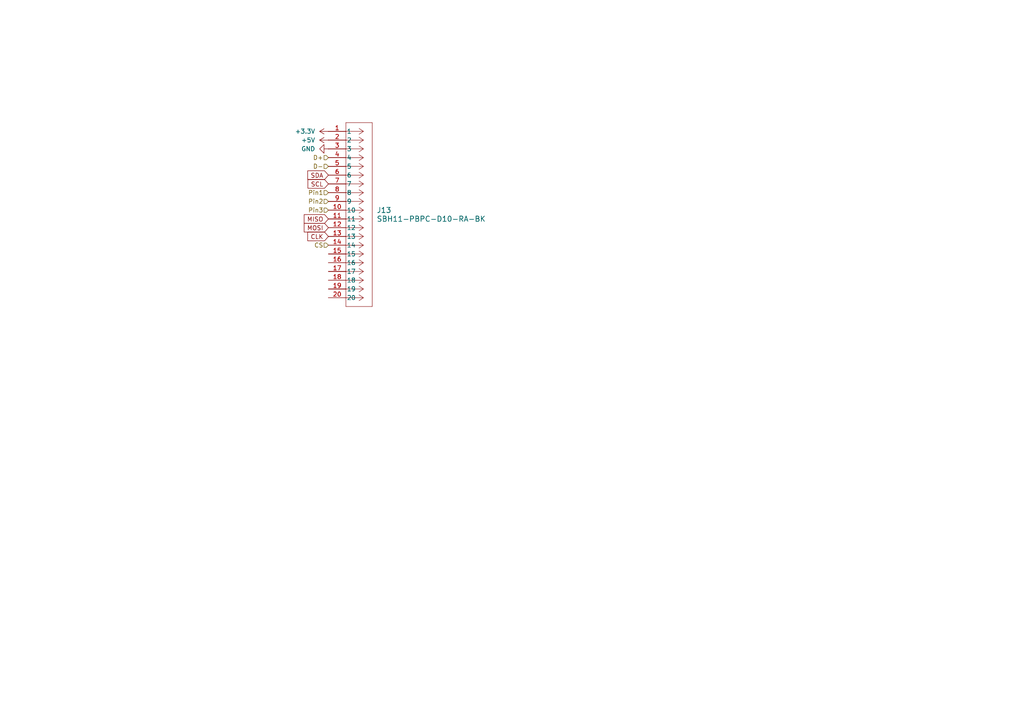
<source format=kicad_sch>
(kicad_sch (version 20231120) (generator "eeschema") (generator_version "8.0")
  (paper "A4")
  (lib_symbols
    (symbol "ConnPins:SBH11-PBPC-D10-RA-BK" (pin_names (offset 0.254))
      (property "Reference" "J" (at 8.89 6.35 0))
      (property "Value" "SBH11-PBPC-D10-RA-BK" (at 0 0 0))
      (symbol "SBH11-PBPC-D10-RA-BK_0_1"
        (polyline (pts (xy 5.08 -50.8) (xy 12.7 -50.8)) (stroke (width 0.127)))
        (polyline (pts (xy 5.08 2.54) (xy 5.08 -50.8)) (stroke (width 0.127)))
        (polyline (pts (xy 10.16 -48.26) (xy 5.08 -48.26)) (stroke (width 0.127)))
        (polyline (pts (xy 10.16 -48.26) (xy 8.89 -49.1067)) (stroke (width 0.127)))
        (polyline (pts (xy 10.16 -48.26) (xy 8.89 -47.4133)) (stroke (width 0.127)))
        (polyline (pts (xy 10.16 -45.72) (xy 5.08 -45.72)) (stroke (width 0.127)))
        (polyline (pts (xy 10.16 -45.72) (xy 8.89 -46.5667)) (stroke (width 0.127)))
        (polyline (pts (xy 10.16 -45.72) (xy 8.89 -44.8733)) (stroke (width 0.127)))
        (polyline (pts (xy 10.16 -43.18) (xy 5.08 -43.18)) (stroke (width 0.127)))
        (polyline (pts (xy 10.16 -43.18) (xy 8.89 -44.0267)) (stroke (width 0.127)))
        (polyline (pts (xy 10.16 -43.18) (xy 8.89 -42.3333)) (stroke (width 0.127)))
        (polyline (pts (xy 10.16 -40.64) (xy 5.08 -40.64)) (stroke (width 0.127)))
        (polyline (pts (xy 10.16 -40.64) (xy 8.89 -41.4867)) (stroke (width 0.127)))
        (polyline (pts (xy 10.16 -40.64) (xy 8.89 -39.7933)) (stroke (width 0.127)))
        (polyline (pts (xy 10.16 -38.1) (xy 5.08 -38.1)) (stroke (width 0.127)))
        (polyline (pts (xy 10.16 -38.1) (xy 8.89 -38.9467)) (stroke (width 0.127)))
        (polyline (pts (xy 10.16 -38.1) (xy 8.89 -37.2533)) (stroke (width 0.127)))
        (polyline (pts (xy 10.16 -35.56) (xy 5.08 -35.56)) (stroke (width 0.127)))
        (polyline (pts (xy 10.16 -35.56) (xy 8.89 -36.4067)) (stroke (width 0.127)))
        (polyline (pts (xy 10.16 -35.56) (xy 8.89 -34.7133)) (stroke (width 0.127)))
        (polyline (pts (xy 10.16 -33.02) (xy 5.08 -33.02)) (stroke (width 0.127)))
        (polyline (pts (xy 10.16 -33.02) (xy 8.89 -33.8667)) (stroke (width 0.127)))
        (polyline (pts (xy 10.16 -33.02) (xy 8.89 -32.1733)) (stroke (width 0.127)))
        (polyline (pts (xy 10.16 -30.48) (xy 5.08 -30.48)) (stroke (width 0.127)))
        (polyline (pts (xy 10.16 -30.48) (xy 8.89 -31.3267)) (stroke (width 0.127)))
        (polyline (pts (xy 10.16 -30.48) (xy 8.89 -29.6333)) (stroke (width 0.127)))
        (polyline (pts (xy 10.16 -27.94) (xy 5.08 -27.94)) (stroke (width 0.127)))
        (polyline (pts (xy 10.16 -27.94) (xy 8.89 -28.7867)) (stroke (width 0.127)))
        (polyline (pts (xy 10.16 -27.94) (xy 8.89 -27.0933)) (stroke (width 0.127)))
        (polyline (pts (xy 10.16 -25.4) (xy 5.08 -25.4)) (stroke (width 0.127)))
        (polyline (pts (xy 10.16 -25.4) (xy 8.89 -26.2467)) (stroke (width 0.127)))
        (polyline (pts (xy 10.16 -25.4) (xy 8.89 -24.5533)) (stroke (width 0.127)))
        (polyline (pts (xy 10.16 -22.86) (xy 5.08 -22.86)) (stroke (width 0.127)))
        (polyline (pts (xy 10.16 -22.86) (xy 8.89 -23.7067)) (stroke (width 0.127)))
        (polyline (pts (xy 10.16 -22.86) (xy 8.89 -22.0133)) (stroke (width 0.127)))
        (polyline (pts (xy 10.16 -20.32) (xy 5.08 -20.32)) (stroke (width 0.127)))
        (polyline (pts (xy 10.16 -20.32) (xy 8.89 -21.1667)) (stroke (width 0.127)))
        (polyline (pts (xy 10.16 -20.32) (xy 8.89 -19.4733)) (stroke (width 0.127)))
        (polyline (pts (xy 10.16 -17.78) (xy 5.08 -17.78)) (stroke (width 0.127)))
        (polyline (pts (xy 10.16 -17.78) (xy 8.89 -18.6267)) (stroke (width 0.127)))
        (polyline (pts (xy 10.16 -17.78) (xy 8.89 -16.9333)) (stroke (width 0.127)))
        (polyline (pts (xy 10.16 -15.24) (xy 5.08 -15.24)) (stroke (width 0.127)))
        (polyline (pts (xy 10.16 -15.24) (xy 8.89 -16.0867)) (stroke (width 0.127)))
        (polyline (pts (xy 10.16 -15.24) (xy 8.89 -14.3933)) (stroke (width 0.127)))
        (polyline (pts (xy 10.16 -12.7) (xy 5.08 -12.7)) (stroke (width 0.127)))
        (polyline (pts (xy 10.16 -12.7) (xy 8.89 -13.5467)) (stroke (width 0.127)))
        (polyline (pts (xy 10.16 -12.7) (xy 8.89 -11.8533)) (stroke (width 0.127)))
        (polyline (pts (xy 10.16 -10.16) (xy 5.08 -10.16)) (stroke (width 0.127)))
        (polyline (pts (xy 10.16 -10.16) (xy 8.89 -11.0067)) (stroke (width 0.127)))
        (polyline (pts (xy 10.16 -10.16) (xy 8.89 -9.3133)) (stroke (width 0.127)))
        (polyline (pts (xy 10.16 -7.62) (xy 5.08 -7.62)) (stroke (width 0.127)))
        (polyline (pts (xy 10.16 -7.62) (xy 8.89 -8.4667)) (stroke (width 0.127)))
        (polyline (pts (xy 10.16 -7.62) (xy 8.89 -6.7733)) (stroke (width 0.127)))
        (polyline (pts (xy 10.16 -5.08) (xy 5.08 -5.08)) (stroke (width 0.127)))
        (polyline (pts (xy 10.16 -5.08) (xy 8.89 -5.9267)) (stroke (width 0.127)))
        (polyline (pts (xy 10.16 -5.08) (xy 8.89 -4.2333)) (stroke (width 0.127)))
        (polyline (pts (xy 10.16 -2.54) (xy 5.08 -2.54)) (stroke (width 0.127)))
        (polyline (pts (xy 10.16 -2.54) (xy 8.89 -3.3867)) (stroke (width 0.127)))
        (polyline (pts (xy 10.16 -2.54) (xy 8.89 -1.6933)) (stroke (width 0.127)))
        (polyline (pts (xy 10.16 0) (xy 5.08 0)) (stroke (width 0.127)))
        (polyline (pts (xy 10.16 0) (xy 8.89 -0.8467)) (stroke (width 0.127)))
        (polyline (pts (xy 10.16 0) (xy 8.89 0.8467)) (stroke (width 0.127)))
        (polyline (pts (xy 12.7 -50.8) (xy 12.7 2.54)) (stroke (width 0.127)))
        (polyline (pts (xy 12.7 2.54) (xy 5.08 2.54)) (stroke (width 0.127)))
        (pin unspecified line (at 0 0 0) (length 5.08) (name "1") (number "1"))
        (pin unspecified line (at 0 -22.86 0) (length 5.08) (name "10") (number "10"))
        (pin unspecified line (at 0 -25.4 0) (length 5.08) (name "11") (number "11"))
        (pin unspecified line (at 0 -27.94 0) (length 5.08) (name "12") (number "12"))
        (pin unspecified line (at 0 -30.48 0) (length 5.08) (name "13") (number "13"))
        (pin unspecified line (at 0 -33.02 0) (length 5.08) (name "14") (number "14"))
        (pin unspecified line (at 0 -35.56 0) (length 5.08) (name "15") (number "15"))
        (pin unspecified line (at 0 -38.1 0) (length 5.08) (name "16") (number "16"))
        (pin unspecified line (at 0 -40.64 0) (length 5.08) (name "17") (number "17"))
        (pin unspecified line (at 0 -43.18 0) (length 5.08) (name "18") (number "18"))
        (pin unspecified line (at 0 -45.72 0) (length 5.08) (name "19") (number "19"))
        (pin unspecified line (at 0 -2.54 0) (length 5.08) (name "2") (number "2"))
        (pin unspecified line (at 0 -48.26 0) (length 5.08) (name "20") (number "20"))
        (pin unspecified line (at 0 -5.08 0) (length 5.08) (name "3") (number "3"))
        (pin unspecified line (at 0 -7.62 0) (length 5.08) (name "4") (number "4"))
        (pin unspecified line (at 0 -10.16 0) (length 5.08) (name "5") (number "5"))
        (pin unspecified line (at 0 -12.7 0) (length 5.08) (name "6") (number "6"))
        (pin unspecified line (at 0 -15.24 0) (length 5.08) (name "7") (number "7"))
        (pin unspecified line (at 0 -17.78 0) (length 5.08) (name "8") (number "8"))
        (pin unspecified line (at 0 -20.32 0) (length 5.08) (name "9") (number "9"))
      )
    )
    (symbol "power:+3.3V" (power) (pin_numbers hide) (pin_names (offset 0) hide)
      (property "Value" "+3.3V" (at 0 3.556 0))
      (symbol "+3.3V_0_1"
        (polyline (pts (xy -0.762 1.27) (xy 0 2.54)))
        (polyline (pts (xy 0 0) (xy 0 2.54)))
        (polyline (pts (xy 0 2.54) (xy 0.762 1.27)))
      )
      (symbol "+3.3V_1_1"
        (pin power_in line (at 0 0 90) (length 0) (name "~") (number "1"))
      )
    )
    (symbol "power:+5V" (power) (pin_numbers hide) (pin_names (offset 0) hide)
      (property "Value" "+5V" (at 0 3.556 0))
      (symbol "+5V_0_1"
        (polyline (pts (xy -0.762 1.27) (xy 0 2.54)))
        (polyline (pts (xy 0 0) (xy 0 2.54)))
        (polyline (pts (xy 0 2.54) (xy 0.762 1.27)))
      )
      (symbol "+5V_1_1"
        (pin power_in line (at 0 0 90) (length 0) (name "~") (number "1"))
      )
    )
    (symbol "power:GND" (power) (pin_numbers hide) (pin_names (offset 0) hide)
      (property "Value" "GND" (at 0 -3.81 0))
      (symbol "GND_0_1"
        (polyline (pts (xy 0 0) (xy 0 -1.27) (xy 1.27 -1.27) (xy 0 -2.54) (xy -1.27 -1.27) (xy 0 -1.27)))
      )
      (symbol "GND_1_1"
        (pin power_in line (at 0 0 270) (length 0) (name "~") (number "1"))
      )
    )
  )
  (global_label "CLK" (shape input) (at 95.25 68.58 180) (property "Intersheetrefs" "${INTERSHEET_REFS}" (effects (hide yes))))
  (global_label "MOSI" (shape input) (at 95.25 66.04 180) (property "Intersheetrefs" "${INTERSHEET_REFS}" (effects (hide yes))))
  (global_label "MISO" (shape input) (at 95.25 63.5 180) (property "Intersheetrefs" "${INTERSHEET_REFS}" (effects (hide yes))))
  (global_label "SCL" (shape input) (at 95.25 53.34 180) (property "Intersheetrefs" "${INTERSHEET_REFS}" (effects (hide yes))))
  (global_label "SDA" (shape input) (at 95.25 50.8 180) (property "Intersheetrefs" "${INTERSHEET_REFS}" (effects (hide yes))))
  (hierarchical_label "Pin3" (shape input) (at 95.25 60.96 180))
  (hierarchical_label "Pin2" (shape input) (at 95.25 58.42 180))
  (hierarchical_label "Pin1" (shape input) (at 95.25 55.88 180))
  (hierarchical_label "CS" (shape input) (at 95.25 71.12 180))
  (hierarchical_label "D-" (shape input) (at 95.25 48.26 180))
  (hierarchical_label "D+" (shape input) (at 95.25 45.72 180))
  (symbol (lib_id "power:+5V") (at 95.25 40.64 90) (mirror x) (unit 1)
    (property "Reference" "#PWR052" (effects (hide yes)))
    (property "Value" "+5V" (at 91.44 40.6399 90) (effects (justify left)))
    (property "Description" "Power symbol creates a global label with name \"+5V\"" (effects (hide yes)))
    (instances (project "CM5IO" (path "" (reference "#PWR052") (unit 1)) (path "" (reference "#PWR061") (unit 1)) (path "" (reference "#PWR058") (unit 1)) (path "" (reference "#PWR055") (unit 1))))
  )
  (symbol (lib_id "power:+3.3V") (at 95.25 38.1 90) (mirror x) (unit 1)
    (property "Reference" "#PWR051" (effects (hide yes)))
    (property "Value" "+3.3V" (at 91.44 38.0999 90) (effects (justify left)))
    (property "Description" "Power symbol creates a global label with name \"+3.3V\"" (effects (hide yes)))
    (instances (project "CM5IO" (path "" (reference "#PWR051") (unit 1)) (path "" (reference "#PWR060") (unit 1)) (path "" (reference "#PWR057") (unit 1)) (path "" (reference "#PWR054") (unit 1))))
  )
  (symbol (lib_id "power:GND") (at 95.25 43.18 270) (mirror x) (unit 1)
    (property "Reference" "#PWR053" (effects (hide yes)))
    (property "Value" "GND" (at 91.44 43.1799 90) (effects (justify right)))
    (property "Description" "Power symbol creates a global label with name \"GND\" , ground" (effects (hide yes)))
    (instances (project "CM5IO" (path "" (reference "#PWR053") (unit 1)) (path "" (reference "#PWR062") (unit 1)) (path "" (reference "#PWR059") (unit 1)) (path "" (reference "#PWR056") (unit 1))))
  )
  (symbol (lib_id "ConnPins:SBH11-PBPC-D10-RA-BK") (at 95.25 38.1 0) (unit 1)
    (property "Reference" "J13" (at 109.22 60.9599 0) (effects (font (size 1.524 1.524)) (justify left)))
    (property "Value" "SBH11-PBPC-D10-RA-BK" (at 109.22 63.4999 0) (effects (font (size 1.524 1.524)) (justify left)))
    (property "Footprint" "Library:CONN20_D10-RA-BK_SUL" (effects (hide yes)))
    (property "Datasheet" "SBH11-PBPC-D10-RA-BK" (effects (hide yes)))
    (instances (project "CM5IO" (path "" (reference "J13") (unit 1)) (path "" (reference "J18") (unit 1)) (path "" (reference "J17") (unit 1)) (path "" (reference "J15") (unit 1))))
  )
)
</source>
